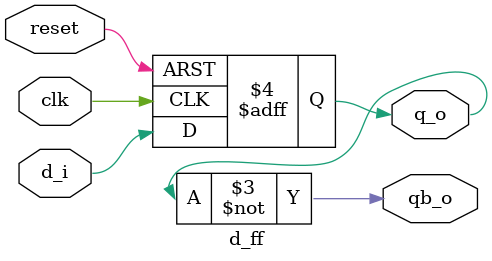
<source format=v>
module acounter_up(clk, reset, d_i, cqo);
  input  [3:0] d_i;
  input  clk, reset;
  output [3:0] cqo;
  wire [3:0] cq; 
  wire [3:0]cqb;

  	  d_ff a(clk,reset,cqb[0],cq[0],cqb[0]);
  d_ff b(cqb[0],reset,cqb[1],cq[1],cqb[1]);
  d_ff c(cqb[1],reset,cqb[2],cq[2],cqb[2]);
  d_ff d(cqb[2],reset,cqb[3],cq[3],cqb[3]);
 assign cqo = cq;
endmodule


module d_ff(clk,reset,d_i,q_o,qb_o);
input clk,reset,d_i;
output q_o,qb_o;
reg q_o;
always@ (posedge clk or negedge reset)
begin
	if (~reset)
	 	q_o <=0;
	else
	  	q_o <=d_i;
end
assign qb_o =~ q_o;
endmodule
</source>
